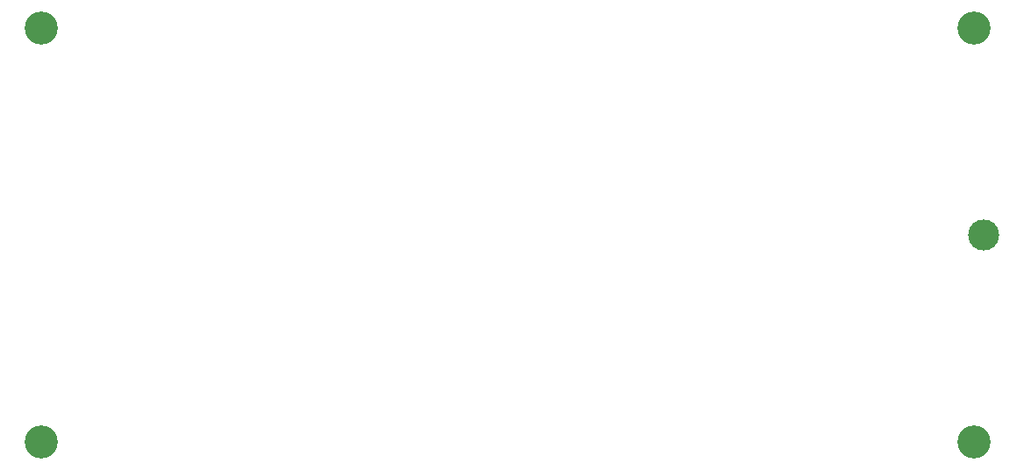
<source format=gts>
G04 #@! TF.GenerationSoftware,KiCad,Pcbnew,(6.0.10-0)*
G04 #@! TF.CreationDate,2023-01-23T10:06:28+00:00*
G04 #@! TF.ProjectId,Max50x100Plate,4d617835-3078-4313-9030-506c6174652e,rev?*
G04 #@! TF.SameCoordinates,Original*
G04 #@! TF.FileFunction,Soldermask,Top*
G04 #@! TF.FilePolarity,Negative*
%FSLAX46Y46*%
G04 Gerber Fmt 4.6, Leading zero omitted, Abs format (unit mm)*
G04 Created by KiCad (PCBNEW (6.0.10-0)) date 2023-01-23 10:06:28*
%MOMM*%
%LPD*%
G01*
G04 APERTURE LIST*
%ADD10C,3.200000*%
%ADD11C,3.000000*%
G04 APERTURE END LIST*
D10*
X105000000Y-105000000D03*
X195000000Y-145000000D03*
D11*
X196000000Y-125000000D03*
D10*
X195000000Y-105000000D03*
X105000000Y-145000000D03*
M02*

</source>
